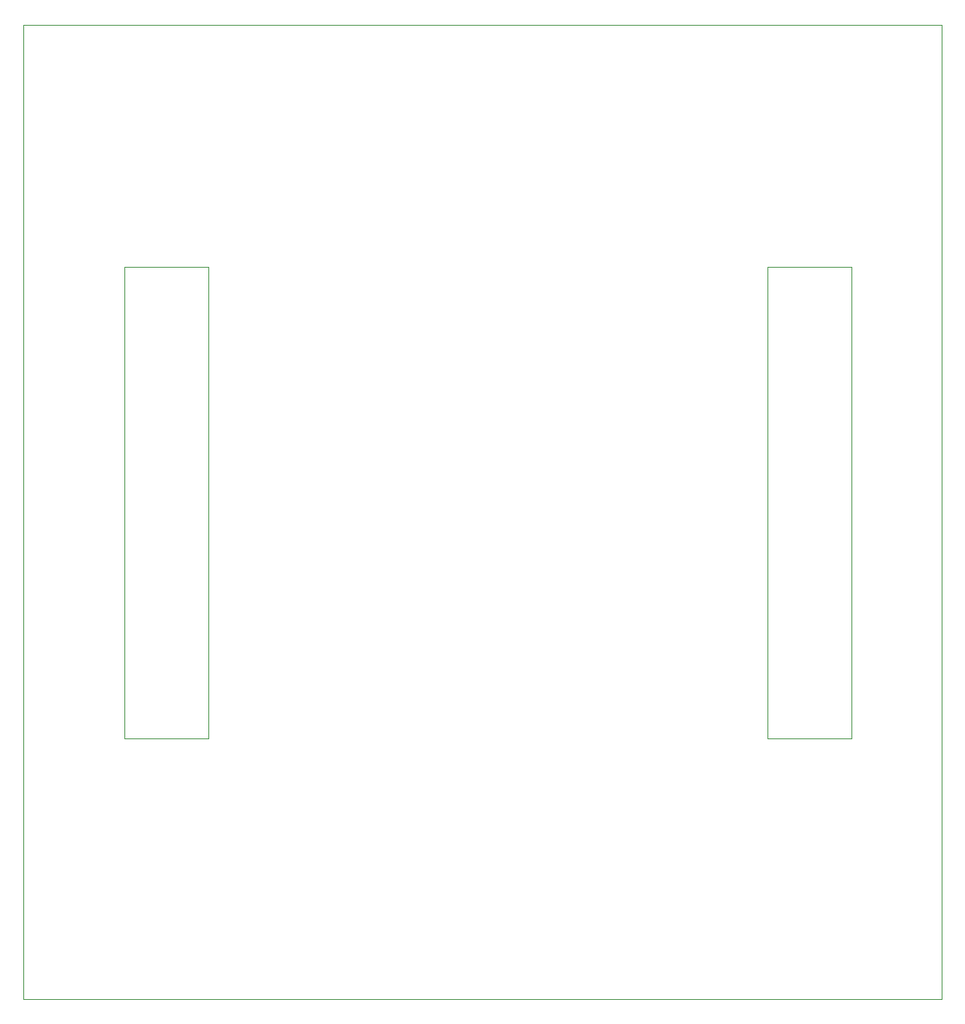
<source format=gbr>
G04 #@! TF.GenerationSoftware,KiCad,Pcbnew,(5.1.9)-1*
G04 #@! TF.CreationDate,2022-01-14T01:04:14-05:00*
G04 #@! TF.ProjectId,500x500-dc-metro-map-dev,35303078-3530-4302-9d64-632d6d657472,rev?*
G04 #@! TF.SameCoordinates,Original*
G04 #@! TF.FileFunction,Other,User*
%FSLAX46Y46*%
G04 Gerber Fmt 4.6, Leading zero omitted, Abs format (unit mm)*
G04 Created by KiCad (PCBNEW (5.1.9)-1) date 2022-01-14 01:04:14*
%MOMM*%
%LPD*%
G01*
G04 APERTURE LIST*
%ADD10C,0.050000*%
%ADD11C,0.120000*%
G04 APERTURE END LIST*
D10*
G04 #@! TO.C,J1*
X374707800Y-268067600D02*
X383837800Y-268067600D01*
X383837800Y-268067600D02*
X383837800Y-216767600D01*
X383837800Y-216767600D02*
X374707800Y-216767600D01*
X374707800Y-216767600D02*
X374707800Y-268067600D01*
X313837800Y-268067600D02*
X313837800Y-216767600D01*
X304707800Y-216767600D02*
X304707800Y-268067600D01*
X313837800Y-216767600D02*
X304707800Y-216767600D01*
X304707800Y-268067600D02*
X313837800Y-268067600D01*
D11*
X393732800Y-190417600D02*
X293732800Y-190417600D01*
X293732800Y-190417600D02*
X293732800Y-296417600D01*
X293732800Y-296417600D02*
X393732800Y-296417600D01*
X393732800Y-296417600D02*
X393732800Y-190417600D01*
G04 #@! TD*
M02*

</source>
